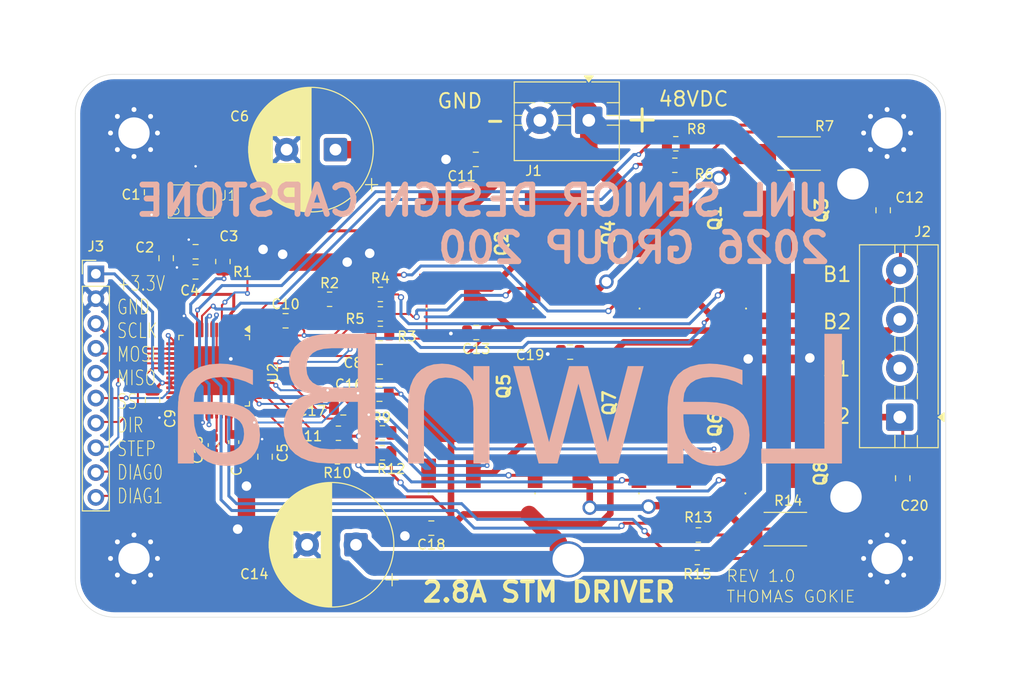
<source format=kicad_pcb>
(kicad_pcb
	(version 20241229)
	(generator "pcbnew")
	(generator_version "9.0")
	(general
		(thickness 0.8836)
		(legacy_teardrops no)
	)
	(paper "B")
	(title_block
		(title "STM DRIVER PCB")
		(date "2026-02-04")
		(company "Thomas Gokie")
	)
	(layers
		(0 "F.Cu" signal)
		(2 "B.Cu" power)
		(9 "F.Adhes" user "F.Adhesive")
		(11 "B.Adhes" user "B.Adhesive")
		(13 "F.Paste" user)
		(15 "B.Paste" user)
		(5 "F.SilkS" user "F.Silkscreen")
		(7 "B.SilkS" user "B.Silkscreen")
		(1 "F.Mask" user)
		(3 "B.Mask" user)
		(17 "Dwgs.User" user "User.Drawings")
		(19 "Cmts.User" user "User.Comments")
		(21 "Eco1.User" user "User.Eco1")
		(23 "Eco2.User" user "User.Eco2")
		(25 "Edge.Cuts" user)
		(27 "Margin" user)
		(31 "F.CrtYd" user "F.Courtyard")
		(29 "B.CrtYd" user "B.Courtyard")
		(35 "F.Fab" user)
		(33 "B.Fab" user)
		(39 "User.1" user)
	)
	(setup
		(stackup
			(layer "F.SilkS"
				(type "Top Silk Screen")
			)
			(layer "F.Paste"
				(type "Top Solder Paste")
			)
			(layer "F.Mask"
				(type "Top Solder Mask")
				(thickness 0.0152)
			)
			(layer "F.Cu"
				(type "copper")
				(thickness 0.0711)
			)
			(layer "dielectric 1"
				(type "core")
				(thickness 0.711)
				(material "FR4")
				(epsilon_r 4.5)
				(loss_tangent 0.02)
			)
			(layer "B.Cu"
				(type "copper")
				(thickness 0.0711)
			)
			(layer "B.Mask"
				(type "Bottom Solder Mask")
				(thickness 0.0152)
			)
			(layer "B.Paste"
				(type "Bottom Solder Paste")
			)
			(layer "B.SilkS"
				(type "Bottom Silk Screen")
			)
			(copper_finish "None")
			(dielectric_constraints no)
		)
		(pad_to_mask_clearance 0)
		(allow_soldermask_bridges_in_footprints no)
		(tenting front back)
		(grid_origin 111.3 228.1)
		(pcbplotparams
			(layerselection 0x00000000_00000000_55555555_5755f5ff)
			(plot_on_all_layers_selection 0x00000000_00000000_00000000_00000000)
			(disableapertmacros no)
			(usegerberextensions no)
			(usegerberattributes yes)
			(usegerberadvancedattributes yes)
			(creategerberjobfile yes)
			(dashed_line_dash_ratio 12.000000)
			(dashed_line_gap_ratio 3.000000)
			(svgprecision 4)
			(plotframeref no)
			(mode 1)
			(useauxorigin no)
			(hpglpennumber 1)
			(hpglpenspeed 20)
			(hpglpendiameter 15.000000)
			(pdf_front_fp_property_popups yes)
			(pdf_back_fp_property_popups yes)
			(pdf_metadata yes)
			(pdf_single_document no)
			(dxfpolygonmode yes)
			(dxfimperialunits yes)
			(dxfusepcbnewfont yes)
			(psnegative no)
			(psa4output no)
			(plot_black_and_white yes)
			(sketchpadsonfab no)
			(plotpadnumbers no)
			(hidednponfab no)
			(sketchdnponfab yes)
			(crossoutdnponfab yes)
			(subtractmaskfromsilk no)
			(outputformat 1)
			(mirror no)
			(drillshape 1)
			(scaleselection 1)
			(outputdirectory "")
		)
	)
	(net 0 "")
	(net 1 "+48V")
	(net 2 "GND")
	(net 3 "12VOUT")
	(net 4 "5VOUT")
	(net 5 "VCC")
	(net 6 "+3.3V")
	(net 7 "DIR")
	(net 8 "SCLK")
	(net 9 "MISO")
	(net 10 "MOSI")
	(net 11 "DIAG1")
	(net 12 "STEP")
	(net 13 "SS")
	(net 14 "DIAG0")
	(net 15 "Net-(Q1-G)")
	(net 16 "Net-(Q2-G)")
	(net 17 "Net-(Q3-G)")
	(net 18 "Net-(Q3-S)")
	(net 19 "Net-(Q4-G)")
	(net 20 "Net-(Q5-G)")
	(net 21 "Net-(Q6-G)")
	(net 22 "Net-(Q7-G)")
	(net 23 "Net-(Q7-S)")
	(net 24 "Net-(Q8-G)")
	(net 25 "Net-(U2-VCP)")
	(net 26 "Net-(U2-CB2)")
	(net 27 "Net-(U2-CB1)")
	(net 28 "Net-(U2-CPI)")
	(net 29 "Net-(U2-CPO)")
	(net 30 "Net-(U2-CA2)")
	(net 31 "Net-(U2-CA1)")
	(net 32 "Net-(U2-HB1)")
	(net 33 "Net-(U2-HB2)")
	(net 34 "Net-(U2-LB1)")
	(net 35 "Net-(U2-LB2)")
	(net 36 "Net-(U2-SRBH)")
	(net 37 "Net-(U2-SRBL)")
	(net 38 "Net-(U2-HA1)")
	(net 39 "Net-(U2-HA2)")
	(net 40 "Net-(U2-LA1)")
	(net 41 "Net-(U2-LA2)")
	(net 42 "Net-(U2-SRAH)")
	(net 43 "Net-(U2-SRAL)")
	(net 44 "unconnected-(U2-DCIN_CFG5-Pad24)")
	(net 45 "unconnected-(U2-DCEN_CFG4-Pad23)")
	(net 46 "unconnected-(U2-DCO_CFG6-Pad25)")
	(net 47 "unconnected-(U1-NC-Pad4)")
	(net 48 "/STM_B2")
	(net 49 "/STM_A1")
	(net 50 "/STM_A2")
	(net 51 "/STM_B1")
	(footprint "Resistor_SMD:R_0805_2012Metric" (layer "F.Cu") (at 142.7 209.266667))
	(footprint "Capacitor_SMD:C_0805_2012Metric" (layer "F.Cu") (at 161.9 201 180))
	(footprint "TerminalBlock:TerminalBlock_MaiXu_MX126-5.0-04P_1x04_P5.00mm" (layer "F.Cu") (at 195.6 207.65 90))
	(footprint "stmdrivers:AOD444" (layer "F.Cu") (at 182.1 208.9))
	(footprint "Resistor_SMD:R_2512_6332Metric" (layer "F.Cu") (at 185.3 180.7))
	(footprint "stmdrivers:AOD444" (layer "F.Cu") (at 160.388889 190))
	(footprint "Capacitor_SMD:C_0805_2012Metric" (layer "F.Cu") (at 193.9 186.5 90))
	(footprint "MountingHole:MountingHole_3.2mm_M3_Pad_Via" (layer "F.Cu") (at 194.3 222.1))
	(footprint "Resistor_SMD:R_0805_2012Metric" (layer "F.Cu") (at 142.4875 199.1 180))
	(footprint "Resistor_SMD:R_0805_2012Metric" (layer "F.Cu") (at 142.4875 197.1 180))
	(footprint "Resistor_SMD:R_0805_2012Metric" (layer "F.Cu") (at 126.39 191.74 -90))
	(footprint "Resistor_SMD:R_0805_2012Metric" (layer "F.Cu") (at 142.4875 195.1))
	(footprint "Resistor_SMD:R_0805_2012Metric" (layer "F.Cu") (at 174.9 222))
	(footprint "Capacitor_SMD:C_0805_2012Metric" (layer "F.Cu") (at 138.7 206.7))
	(footprint "Capacitor_SMD:C_0805_2012Metric" (layer "F.Cu") (at 119.2 205.9 90))
	(footprint "Resistor_SMD:R_0805_2012Metric" (layer "F.Cu") (at 172.6 181.9))
	(footprint "Package_QFP:TQFP-48-1EP_7x7mm_P0.5mm_EP5x5mm" (layer "F.Cu") (at 125.5 202.9 -90))
	(footprint "TerminalBlock:TerminalBlock_MaiXu_MX126-5.0-02P_1x02_P5.00mm" (layer "F.Cu") (at 163.8 177.3 180))
	(footprint "Capacitor_THT:CP_Radial_D12.5mm_P5.00mm" (layer "F.Cu") (at 140 220.7 180))
	(footprint "MountingHole:MountingHole_3.2mm_M3_Pad_Via" (layer "F.Cu") (at 117.3 178.6))
	(footprint "MountingHole:MountingHole_3.2mm_M3_Pad_Via" (layer "F.Cu") (at 194.3 178.6))
	(footprint "Capacitor_SMD:C_0805_2012Metric" (layer "F.Cu") (at 132.8 197.8))
	(footprint "stmdrivers:AOD444" (layer "F.Cu") (at 149.5 190))
	(footprint "Capacitor_SMD:C_0805_2012Metric" (layer "F.Cu") (at 152.3 199 180))
	(footprint "Capacitor_SMD:C_0805_2012Metric" (layer "F.Cu") (at 152.25 181.3 180))
	(footprint "Resistor_SMD:R_2512_6332Metric" (layer "F.Cu") (at 183.9 219.1))
	(footprint "Resistor_SMD:R_0805_2012Metric" (layer "F.Cu") (at 138.1 211.7 180))
	(footprint "Capacitor_SMD:C_0805_2012Metric" (layer "F.Cu") (at 142.4 205.3))
	(footprint "MountingHole:MountingHole_3.2mm_M3_Pad_Via" (layer "F.Cu") (at 117.3 222.1))
	(footprint "Capacitor_SMD:C_0805_2012Metric" (layer "F.Cu") (at 123.6 190.74))
	(footprint "Resistor_SMD:R_0805_2012Metric" (layer "F.Cu") (at 175 219.7))
	(footprint "Resistor_SMD:R_0805_2012Metric" (layer "F.Cu") (at 172.7 179.7))
	(footprint "stmdrivers:AOD444"
		(layer "F.Cu")
		(uuid "9b755400-d249-4caf-b4a7-a4dec05dac0c")
		(at 171.211111 208.9)
		(descr "AOD444-1")
		(tags "MOSFET (N-Channel)")
		(property "Reference" "Q6"
			(at 5.488889 -0.5 90)
			(layer "F.SilkS")
			(uuid "f4d7d314-838b-4fea-ace7-b140391e3cb7")
			(effects
				(font
					(size 1.27 1.27)
					(thickness 0.254)
				)
			)
		)
		(property "Value" "AOD444"
			(at 0 0.242 0)
			(layer "F.SilkS")
			(hide yes)
			(uuid "137d0adc-16c2-42fb-9d82-9b3f37a6b1bc")
			(effects
				(font
					(size 1.27 1.27)
					(thickness 0.254)
				)
			)
		)
		(property "Datasheet" "https://www.aosmd.com/products/mosfets/medium-voltage-mosfets-40v-400v/aod444"
			(at 0 0 0)
			(layer "F.Fab")
			(hide yes)
			(uuid "21ec951b-cbc6-44f0-8e52-57bf4f3725f2")
			(effects
				(font
					(size 1.27 1.27)
					(thickness 0.15)
				)
			)
		)
		(property "Description" "N-Channel 60 V 4A (Ta), 12A (Tc) 2.1W (Ta), 20W (Tc) Surface Mount TO-252 (DPAK)"
			(at 0 0 0)
			(layer "F.Fab")
			(hide yes)
			(uuid "319682bf-ed5a-4014-8e5b-a1d0c6a30906")
			(effects
				(font
					(size 1.27 1.27)
					(thickness 0.15)
				)
			)
		)
		(property "Height" "2.6"
			(at 0 0 0)
			(unlocked yes)
			(layer "F.Fab")
			(hide yes)
			(uuid "8ef71dde-a947-474b-aa34-a3cc98074c0f")
			(effects
				(font
					(size 1 1)
					(thickness 0.15)
				)
			)
		)
		(property "Manufacturer_Name" "Alpha & Omega Semiconductors"
			(at 0 0 0)
			(unlocked yes)
			(layer "F.Fab")
			(hide yes)
			(uuid "fbd21d8f-6434-49a6-8888-b700f870b402")
			(effects
				(font
					(size 1 1)
					(thickness 0.15)
				)
			)
		)
		(property "Manufacturer
... [356312 chars truncated]
</source>
